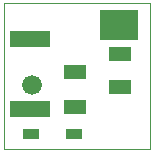
<source format=gbs>
G75*
%MOIN*%
%OFA0B0*%
%FSLAX24Y24*%
%IPPOS*%
%LPD*%
%AMOC8*
5,1,8,0,0,1.08239X$1,22.5*
%
%ADD10C,0.0000*%
%ADD11R,0.1315X0.1030*%
%ADD12R,0.0532X0.0336*%
%ADD13R,0.0750X0.0500*%
%ADD14R,0.1380X0.0530*%
%ADD15R,0.0769X0.0454*%
%ADD16C,0.0660*%
D10*
X000475Y000600D02*
X000475Y005470D01*
X005342Y005470D01*
X005342Y000600D01*
X000475Y000600D01*
D11*
X004318Y004740D03*
D12*
X002828Y001100D03*
X001372Y001100D03*
D13*
X002850Y002020D03*
X002850Y003180D03*
D14*
X001350Y004270D03*
X001350Y001930D03*
D15*
X004350Y002674D03*
X004350Y003776D03*
D16*
X001430Y002760D03*
M02*

</source>
